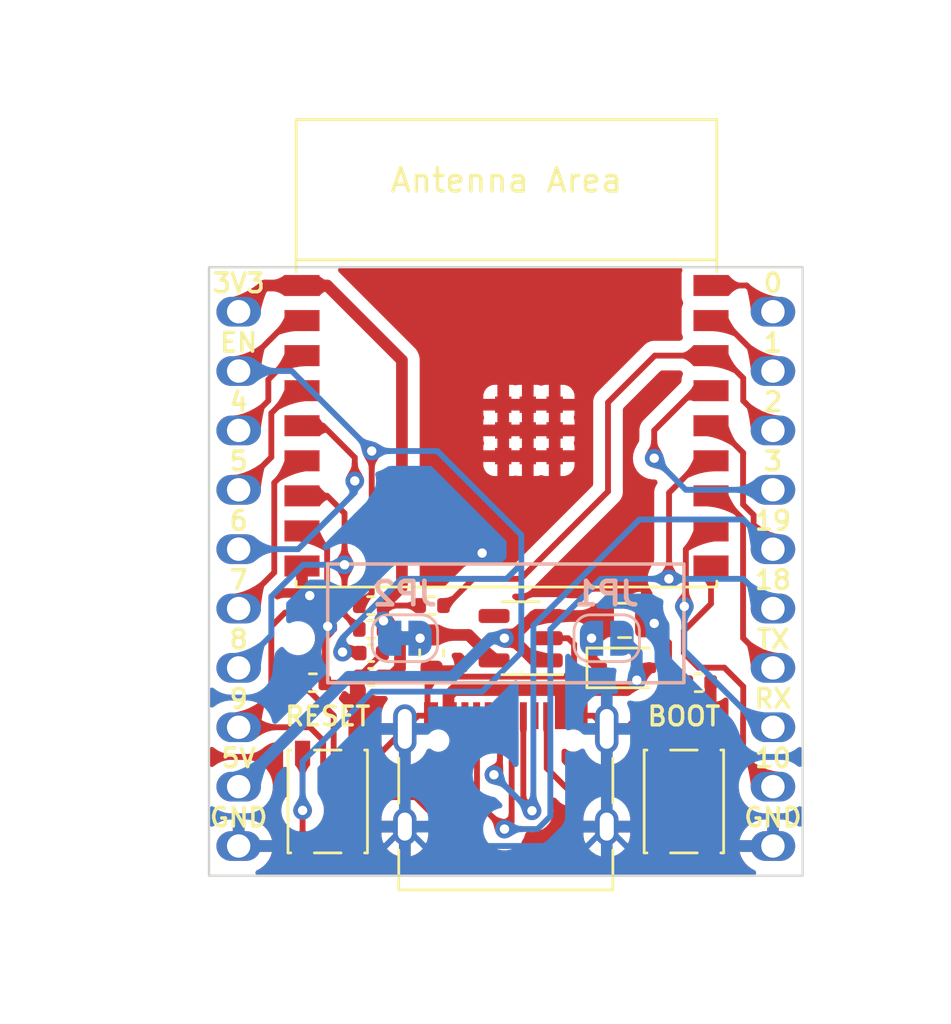
<source format=kicad_pcb>
(kicad_pcb (version 20240108) (generator "pcbnew") (generator_version "8.0")
  (title_block (title "ESP32-C3 Development Board") (rev "v1.1.0"))
  (layers (0 "F.Cu" signal) (31 "B.Cu" signal) (34 "B.Paste" user) (35 "F.Paste" user) (36 "B.SilkS" user "B.Silkscreen") (37 "F.SilkS" user "F.Silkscreen") (38 "B.Mask" user) (39 "F.Mask" user) (44 "Edge.Cuts" user))
  (net 0 "")
  (net 1 "/EN")
  (net 2 "/IO4")
  (net 3 "/IO5")
  (net 4 "/IO6")
  (net 5 "/IO7")
  (net 6 "/IO8")
  (net 7 "/IO9")
  (net 8 "GND")
  (net 9 "/IO10")
  (net 10 "/RXD")
  (net 11 "/TXD")
  (net 12 "/IO18")
  (net 13 "/IO19")
  (net 14 "/IO3")
  (net 15 "/IO2")
  (net 16 "/IO1")
  (net 17 "/IO0")
  (net 18 "+3V3")
  (net 19 "+5V")
  (net 20 "VBUS")
  (net 21 "Net-(J1-CC1)")
  (net 23 "Net-(J1-CC2)")
  (net 25 "Net-(JP2-A)")
  (footprint "Resistor_SMD:R_0402_1005Metric" (layer "F.Cu") (at 142.875 112.268)
    (property "Reference" "R3" (hide yes))
    (property "Value" "10kΩ")
    (fp_line (start -0.153641 -0.38) (end 0.153641 -0.38) (stroke (width 0.12)) (layer "F.SilkS"))
    (fp_line (start -0.153641 0.38) (end 0.153641 0.38) (stroke (width 0.12)) (layer "F.SilkS"))
    (pad "1" smd roundrect (at -0.51 0) (size 0.54 0.64) (layers "F.Cu" "F.Paste" "F.Mask") (net 18 "+3V3"))
    (pad "2" smd roundrect (at 0.51 0) (size 0.54 0.64) (layers "F.Cu" "F.Paste" "F.Mask") (net 15 "/IO2"))
  )
  (footprint "Resistor_SMD:R_0402_1005Metric" (layer "F.Cu") (at 140.29 113.284 180)
    (property "Reference" "R4" (hide yes))
    (property "Value" "10kΩ")
    (fp_line (start -0.153641 0.38) (end 0.153641 0.38) (stroke (width 0.12)) (layer "F.SilkS"))
    (fp_line (start -0.153641 -0.38) (end 0.153641 -0.38) (stroke (width 0.12)) (layer "F.SilkS"))
    (pad "1" smd roundrect (at -0.51 0 180) (size 0.54 0.64) (layers "F.Cu" "F.Paste" "F.Mask") (net 18 "+3V3"))
    (pad "2" smd roundrect (at 0.51 0 180) (size 0.54 0.64) (layers "F.Cu" "F.Paste" "F.Mask") (net 6 "/IO8"))
  )
  (footprint "Connector_USB:USB_C_Receptacle_XKB_U262-16XN-4BVC11" (layer "F.Cu") (at 146.05 120.65)
    (property "Reference" "J1" (hide yes))
    (property "Value" "USB_C_Receptacle_USB2.0_16P")
    (fp_line (start -4.58 -1.85) (end -4.58 0.07) (stroke (width 0.12)) (layer "F.SilkS"))
    (fp_line (start -4.58 3.785) (end -4.58 2.08) (stroke (width 0.12)) (layer "F.SilkS"))
    (fp_line (start 4.58 0.07) (end 4.58 -1.85) (stroke (width 0.12)) (layer "F.SilkS"))
    (fp_line (start 4.58 2.08) (end 4.58 3.785) (stroke (width 0.12)) (layer "F.SilkS"))
    (fp_line (start 4.58 3.785) (end -4.58 3.785) (stroke (width 0.12)) (layer "F.SilkS"))
    (pad "" np_thru_hole circle (at -2.89 -2.605) (size 0.65 0.65) (drill 0.65) (layers "*.Cu" "*.Mask"))
    (pad "" np_thru_hole circle (at 2.89 -2.605) (size 0.65 0.65) (drill 0.65) (layers "*.Cu" "*.Mask"))
    (pad "A1" smd rect (at -3.35 -3.67) (size 0.3 1.15) (layers "F.Cu" "F.Paste" "F.Mask") (net 8 "GND"))
    (pad "A4" smd rect (at -2.55 -3.67) (size 0.3 1.15) (layers "F.Cu" "F.Paste" "F.Mask") (net 20 "VBUS"))
    (pad "A5" smd rect (at -1.25 -3.67) (size 0.3 1.15) (layers "F.Cu" "F.Paste" "F.Mask") (net 21 "Net-(J1-CC1)"))
    (pad "A6" smd rect (at -0.25 -3.67) (size 0.3 1.15) (layers "F.Cu" "F.Paste" "F.Mask") (net 13 "/IO19"))
    (pad "A7" smd rect (at 0.25 -3.67) (size 0.3 1.15) (layers "F.Cu" "F.Paste" "F.Mask") (net 12 "/IO18"))
    (pad "A8" smd rect (at 1.25 -3.67) (size 0.3 1.15) (layers "F.Cu" "F.Paste" "F.Mask"))
    (pad "A9" smd rect (at 2.55 -3.67) (size 0.3 1.15) (layers "F.Cu" "F.Paste" "F.Mask") (net 20 "VBUS"))
    (pad "A12" smd rect (at 3.35 -3.67) (size 0.3 1.15) (layers "F.Cu" "F.Paste" "F.Mask") (net 8 "GND"))
    (pad "B1" smd rect (at 3.05 -3.67) (size 0.3 1.15) (layers "F.Cu" "F.Paste" "F.Mask") (net 8 "GND"))
    (pad "B4" smd rect (at 2.25 -3.67) (size 0.3 1.15) (layers "F.Cu" "F.Paste" "F.Mask") (net 20 "VBUS"))
    (pad "B5" smd rect (at 1.75 -3.67) (size 0.3 1.15) (layers "F.Cu" "F.Paste" "F.Mask") (net 23 "Net-(J1-CC2)"))
    (pad "B6" smd rect (at 0.75 -3.67) (size 0.3 1.15) (layers "F.Cu" "F.Paste" "F.Mask") (net 13 "/IO19"))
    (pad "B7" smd rect (at -0.75 -3.67) (size 0.3 1.15) (layers "F.Cu" "F.Paste" "F.Mask") (net 12 "/IO18"))
    (pad "B8" smd rect (at -1.75 -3.67) (size 0.3 1.15) (layers "F.Cu" "F.Paste" "F.Mask"))
    (pad "B9" smd rect (at -2.25 -3.67) (size 0.3 1.15) (layers "F.Cu" "F.Paste" "F.Mask") (net 20 "VBUS"))
    (pad "B12" smd rect (at -3.05 -3.67) (size 0.3 1.15) (layers "F.Cu" "F.Paste" "F.Mask") (net 8 "GND"))
    (pad "S1" thru_hole oval (at -4.32 -3.105) (size 1 2.1) (drill oval 0.6 1.7) (layers "*.Cu" "*.Mask") (net 8 "GND"))
    (pad "S1" thru_hole oval (at -4.32 1.075) (size 1 1.6) (drill oval 0.6 1.2) (layers "*.Cu" "*.Mask") (net 8 "GND"))
    (pad "S1" thru_hole oval (at 4.32 -3.105) (size 1 2.1) (drill oval 0.6 1.7) (layers "*.Cu" "*.Mask") (net 8 "GND"))
    (pad "S1" thru_hole oval (at 4.32 1.075) (size 1 1.6) (drill oval 0.6 1.2) (layers "*.Cu" "*.Mask") (net 8 "GND"))
  )
  (footprint "Button_Switch_SMD:SW_SPST_PTS810" (layer "F.Cu") (at 153.67 120.65 90)
    (property "Reference" "SW1" (hide yes))
    (property "Value" "SW_Push")
    (fp_line (start 2.2 -1.7) (end -2.2 -1.7) (stroke (width 0.12)) (layer "F.SilkS"))
    (fp_line (start -2.2 -1.7) (end -2.2 -1.58) (stroke (width 0.12)) (layer "F.SilkS"))
    (fp_line (start 2.2 -1.58) (end 2.2 -1.7) (stroke (width 0.12)) (layer "F.SilkS"))
    (fp_line (start -2.2 -0.57) (end -2.2 0.57) (stroke (width 0.12)) (layer "F.SilkS"))
    (fp_line (start 2.2 0.57) (end 2.2 -0.57) (stroke (width 0.12)) (layer "F.SilkS"))
    (fp_line (start -2.2 1.58) (end -2.2 1.7) (stroke (width 0.12)) (layer "F.SilkS"))
    (fp_line (start 2.2 1.7) (end 2.2 1.58) (stroke (width 0.12)) (layer "F.SilkS"))
    (fp_line (start -2.2 1.7) (end 2.2 1.7) (stroke (width 0.12)) (layer "F.SilkS"))
    (pad "1" smd rect (at -2.075 -1.075 90) (size 1.05 0.65) (layers "F.Cu" "F.Paste" "F.Mask") (net 7 "/IO9"))
    (pad "1" smd rect (at 2.075 -1.075 90) (size 1.05 0.65) (layers "F.Cu" "F.Paste" "F.Mask") (net 7 "/IO9"))
    (pad "2" smd rect (at -2.075 1.075 90) (size 1.05 0.65) (layers "F.Cu" "F.Paste" "F.Mask") (net 8 "GND"))
    (pad "2" smd rect (at 2.075 1.075 90) (size 1.05 0.65) (layers "F.Cu" "F.Paste" "F.Mask") (net 8 "GND"))
  )
  (footprint "Button_Switch_SMD:SW_SPST_PTS810" (layer "F.Cu") (at 138.43 120.65 90)
    (property "Reference" "SW2" (hide yes))
    (property "Value" "SW_Push")
    (fp_line (start 2.2 -1.7) (end -2.2 -1.7) (stroke (width 0.12)) (layer "F.SilkS"))
    (fp_line (start -2.2 -1.7) (end -2.2 -1.58) (stroke (width 0.12)) (layer "F.SilkS"))
    (fp_line (start 2.2 -1.58) (end 2.2 -1.7) (stroke (width 0.12)) (layer "F.SilkS"))
    (fp_line (start -2.2 -0.57) (end -2.2 0.57) (stroke (width 0.12)) (layer "F.SilkS"))
    (fp_line (start 2.2 0.57) (end 2.2 -0.57) (stroke (width 0.12)) (layer "F.SilkS"))
    (fp_line (start -2.2 1.58) (end -2.2 1.7) (stroke (width 0.12)) (layer "F.SilkS"))
    (fp_line (start 2.2 1.7) (end 2.2 1.58) (stroke (width 0.12)) (layer "F.SilkS"))
    (fp_line (start -2.2 1.7) (end 2.2 1.7) (stroke (width 0.12)) (layer "F.SilkS"))
    (pad "1" smd rect (at -2.075 -1.075 90) (size 1.05 0.65) (layers "F.Cu" "F.Paste" "F.Mask") (net 1 "/EN"))
    (pad "1" smd rect (at 2.075 -1.075 90) (size 1.05 0.65) (layers "F.Cu" "F.Paste" "F.Mask") (net 1 "/EN"))
    (pad "2" smd rect (at -2.075 1.075 90) (size 1.05 0.65) (layers "F.Cu" "F.Paste" "F.Mask") (net 8 "GND"))
    (pad "2" smd rect (at 2.075 1.075 90) (size 1.05 0.65) (layers "F.Cu" "F.Paste" "F.Mask") (net 8 "GND"))
  )
  (footprint "Capacitor_SMD:C_0603_1608Metric" (layer "F.Cu") (at 142.875 114.3 -90)
    (property "Reference" "C2" (hide yes))
    (property "Value" "22uF")
    (fp_line (start -0.14058 0.51) (end 0.14058 0.51) (stroke (width 0.12)) (layer "F.SilkS"))
    (fp_line (start -0.14058 -0.51) (end 0.14058 -0.51) (stroke (width 0.12)) (layer "F.SilkS"))
    (pad "1" smd roundrect (at -0.775 0 270) (size 0.9 0.95) (layers "F.Cu" "F.Paste" "F.Mask") (net 25 "Net-(JP2-A)"))
    (pad "2" smd roundrect (at 0.775 0 270) (size 0.9 0.95) (layers "F.Cu" "F.Paste" "F.Mask") (net 8 "GND"))
  )
  (footprint "Capacitor_SMD:C_0402_1005Metric" (layer "F.Cu") (at 140.29 115.316)
    (property "Reference" "C4" (hide yes))
    (property "Value" "0.1uF")
    (fp_line (start -0.107836 -0.36) (end 0.107836 -0.36) (stroke (width 0.12)) (layer "F.SilkS"))
    (fp_line (start -0.107836 0.36) (end 0.107836 0.36) (stroke (width 0.12)) (layer "F.SilkS"))
    (pad "1" smd roundrect (at -0.48 0) (size 0.56 0.62) (layers "F.Cu" "F.Paste" "F.Mask") (net 8 "GND"))
    (pad "2" smd roundrect (at 0.48 0) (size 0.56 0.62) (layers "F.Cu" "F.Paste" "F.Mask") (net 18 "+3V3"))
  )
  (footprint "Resistor_SMD:R_0402_1005Metric" (layer "F.Cu") (at 137.795 115.57)
    (property "Reference" "R1" (hide yes))
    (property "Value" "5.1kΩ")
    (fp_line (start -0.153641 -0.38) (end 0.153641 -0.38) (stroke (width 0.12)) (layer "F.SilkS"))
    (fp_line (start -0.153641 0.38) (end 0.153641 0.38) (stroke (width 0.12)) (layer "F.SilkS"))
    (pad "1" smd roundrect (at -0.51 0) (size 0.54 0.64) (layers "F.Cu" "F.Paste" "F.Mask") (net 21 "Net-(J1-CC1)"))
    (pad "2" smd roundrect (at 0.51 0) (size 0.54 0.64) (layers "F.Cu" "F.Paste" "F.Mask") (net 8 "GND"))
  )
  (footprint "Tooling_Hole:Tooling_Hole" (layer "F.Cu") (at 137.16 113.665)
    (property "Reference" "H1" (hide yes))
    (property "Value" "ToolingHole")
    (pad "" np_thru_hole circle (at 0 0) (size 1.152 1.152) (drill 1.152) (layers "F&B.Cu" "*.Mask"))
  )
  (footprint "PCM_Espressif:ESP32-C3-WROOM-02" (layer "F.Cu") (at 146.0798 104.475)
    (property "Reference" "U1" (hide yes))
    (property "Value" "ESP32-C3-WROOM-02")
    (fp_line (start -9 -13) (end -9 -6.5) (stroke (width 0.12)) (layer "F.SilkS"))
    (fp_line (start -9 -13) (end 9 -13) (stroke (width 0.12)) (layer "F.SilkS"))
    (fp_line (start -9 7) (end -9 6.75) (stroke (width 0.12)) (layer "F.SilkS"))
    (fp_line (start 9 -13) (end 9 -6.5) (stroke (width 0.12)) (layer "F.SilkS"))
    (fp_line (start 9 -7) (end -8.95 -7) (stroke (width 0.12)) (layer "F.SilkS"))
    (fp_line (start 9 6.75) (end 9 7) (stroke (width 0.12)) (layer "F.SilkS"))
    (fp_line (start 9 7) (end -9 7) (stroke (width 0.12)) (layer "F.SilkS"))
    (fp_text user "Antenna Area" (at 0 -10.4 0) (layer "F.SilkS"))
    (pad "1" smd rect (at -8.75 -5.9) (size 1.5 0.9) (layers "F.Cu" "F.Paste" "F.Mask") (net 18 "+3V3"))
    (pad "2" smd rect (at -8.75 -4.4) (size 1.5 0.9) (layers "F.Cu" "F.Paste" "F.Mask") (net 1 "/EN"))
    (pad "3" smd rect (at -8.75 -2.9) (size 1.5 0.9) (layers "F.Cu" "F.Paste" "F.Mask") (net 2 "/IO4"))
    (pad "4" smd rect (at -8.75 -1.4) (size 1.5 0.9) (layers "F.Cu" "F.Paste" "F.Mask") (net 3 "/IO5"))
    (pad "5" smd rect (at -8.75 0.1) (size 1.5 0.9) (layers "F.Cu" "F.Paste" "F.Mask") (net 4 "/IO6"))
    (pad "6" smd rect (at -8.75 1.6) (size 1.5 0.9) (layers "F.Cu" "F.Paste" "F.Mask") (net 5 "/IO7"))
    (pad "7" smd rect (at -8.75 3.1) (size 1.5 0.9) (layers "F.Cu" "F.Paste" "F.Mask") (net 6 "/IO8"))
    (pad "8" smd rect (at -8.75 4.6) (size 1.5 0.9) (layers "F.Cu" "F.Paste" "F.Mask") (net 7 "/IO9"))
    (pad "9" smd rect (at -8.75 6.1) (size 1.5 0.9) (layers "F.Cu" "F.Paste" "F.Mask") (net 8 "GND"))
    (pad "10" smd rect (at 8.75 6.1 180) (size 1.5 0.9) (layers "F.Cu" "F.Paste" "F.Mask") (net 9 "/IO10"))
    (pad "11" smd rect (at 8.75 4.6 180) (size 1.5 0.9) (layers "F.Cu" "F.Paste" "F.Mask") (net 10 "/RXD"))
    (pad "12" smd rect (at 8.75 3.1 180) (size 1.5 0.9) (layers "F.Cu" "F.Paste" "F.Mask") (net 11 "/TXD"))
    (pad "13" smd rect (at 8.75 1.6 180) (size 1.5 0.9) (layers "F.Cu" "F.Paste" "F.Mask") (net 12 "/IO18"))
    (pad "14" smd rect (at 8.75 0.1 180) (size 1.5 0.9) (layers "F.Cu" "F.Paste" "F.Mask") (net 13 "/IO19"))
    (pad "15" smd rect (at 8.75 -1.4 180) (size 1.5 0.9) (layers "F.Cu" "F.Paste" "F.Mask") (net 14 "/IO3"))
    (pad "16" smd rect (at 8.75 -2.9 180) (size 1.5 0.9) (layers "F.Cu" "F.Paste" "F.Mask") (net 15 "/IO2"))
    (pad "17" smd rect (at 8.75 -4.4 180) (size 1.5 0.9) (layers "F.Cu" "F.Paste" "F.Mask") (net 16 "/IO1"))
    (pad "18" smd rect (at 8.75 -5.9 180) (size 1.5 0.9) (layers "F.Cu" "F.Paste" "F.Mask") (net 17 "/IO0"))
    (pad "19" smd rect (at -0.14 -0.8 180) (size 0.7 0.7) (layers "F.Cu" "F.Paste" "F.Mask") (net 8 "GND"))
    (pad "19" smd rect (at -0.14 0.3 180) (size 0.7 0.7) (layers "F.Cu" "F.Paste" "F.Mask") (net 8 "GND"))
    (pad "19" smd rect (at -0.14 1.4 180) (size 0.7 0.7) (layers "F.Cu" "F.Paste" "F.Mask") (net 8 "GND"))
    (pad "19" smd rect (at 0.91 -0.8 180) (size 0.7 0.7) (layers "F.Cu" "F.Paste" "F.Mask") (net 8 "GND"))
    (pad "19" smd rect (at 0.91 0.3 180) (size 0.7 0.7) (layers "F.Cu" "F.Paste" "F.Mask") (net 8 "GND"))
    (pad "19" smd rect (at 0.91 1.4 180) (size 0.7 0.7) (layers "F.Cu" "F.Paste" "F.Mask") (net 8 "GND"))
    (pad "19" smd rect (at 2.06 -0.8 180) (size 0.7 0.7) (layers "F.Cu" "F.Paste" "F.Mask") (net 8 "GND"))
    (pad "19" smd rect (at 2.06 0.3 180) (size 0.7 0.7) (layers "F.Cu" "F.Paste" "F.Mask") (net 8 "GND"))
    (pad "19" smd rect (at 2.06 1.4 180) (size 0.7 0.7) (layers "F.Cu" "F.Paste" "F.Mask") (net 8 "GND"))
    (zone (net 0) (net_name "") (layers "*.Cu") (name "antenna keepout") (connect_pads (clearance 0)) (min_thickness 0.254)
      (keepout (tracks not_allowed) (vias not_allowed) (pads not_allowed) (copperpour not_allowed) (footprints not_allowed))
      (fill (thermal_gap 0.508) (thermal_bridge_width 0.508))
      (polygon (pts (xy 155.0798 97.475) (xy 137.0798 97.475) (xy 137.0798 91.475) (xy 155.0798 91.475)))
    )
  )
  (footprint "Capacitor_SMD:C_0805_2012Metric" (layer "F.Cu") (at 151.13 112.903 180)
    (property "Reference" "C1" (hide yes))
    (property "Value" "10uF")
    (fp_line (start -0.261252 0.735) (end 0.261252 0.735) (stroke (width 0.12)) (layer "F.SilkS"))
    (fp_line (start -0.261252 -0.735) (end 0.261252 -0.735) (stroke (width 0.12)) (layer "F.SilkS"))
    (pad "1" smd roundrect (at -0.95 0 180) (size 1 1.45) (layers "F.Cu" "F.Paste" "F.Mask") (net 8 "GND"))
    (pad "2" smd roundrect (at 0.95 0 180) (size 1 1.45) (layers "F.Cu" "F.Paste" "F.Mask") (net 19 "+5V"))
  )
  (footprint "Capacitor_SMD:C_0402_1005Metric" (layer "F.Cu") (at 140.29 114.3)
    (property "Reference" "C3" (hide yes))
    (property "Value" "1uF")
    (fp_line (start -0.107836 -0.36) (end 0.107836 -0.36) (stroke (width 0.12)) (layer "F.SilkS"))
    (fp_line (start -0.107836 0.36) (end 0.107836 0.36) (stroke (width 0.12)) (layer "F.SilkS"))
    (pad "1" smd roundrect (at -0.48 0) (size 0.56 0.62) (layers "F.Cu" "F.Paste" "F.Mask") (net 1 "/EN"))
    (pad "2" smd roundrect (at 0.48 0) (size 0.56 0.62) (layers "F.Cu" "F.Paste" "F.Mask") (net 8 "GND"))
  )
  (footprint "Package_TO_SOT_SMD:SOT-23-5" (layer "F.Cu") (at 146.685 113.665 180)
    (property "Reference" "U3" (hide yes))
    (property "Value" "RT9080-33GJ5")
    (fp_line (start 0 1.56) (end 0.8 1.56) (stroke (width 0.12)) (layer "F.SilkS"))
    (fp_line (start 0 1.56) (end -0.8 1.56) (stroke (width 0.12)) (layer "F.SilkS"))
    (fp_line (start 0 -1.56) (end 0.8 -1.56) (stroke (width 0.12)) (layer "F.SilkS"))
    (fp_line (start 0 -1.56) (end -1.8 -1.56) (stroke (width 0.12)) (layer "F.SilkS"))
    (pad "1" smd roundrect (at -1.1375 -0.95 180) (size 1.325 0.6) (layers "F.Cu" "F.Paste" "F.Mask") (net 19 "+5V"))
    (pad "2" smd roundrect (at -1.1375 0 180) (size 1.325 0.6) (layers "F.Cu" "F.Paste" "F.Mask") (net 8 "GND"))
    (pad "3" smd roundrect (at -1.1375 0.95 180) (size 1.325 0.6) (layers "F.Cu" "F.Paste" "F.Mask") (net 19 "+5V"))
    (pad "4" smd roundrect (at 1.1375 0.95 180) (size 1.325 0.6) (layers "F.Cu" "F.Paste" "F.Mask"))
    (pad "5" smd roundrect (at 1.1375 -0.95 180) (size 1.325 0.6) (layers "F.Cu" "F.Paste" "F.Mask") (net 25 "Net-(JP2-A)"))
  )
  (footprint "Tooling_Hole:Tooling_Hole" (layer "F.Cu") (at 154.94 113.665)
    (property "Reference" "H2" (hide yes))
    (property "Value" "ToolingHole")
    (pad "" np_thru_hole circle (at 0 0) (size 1.152 1.152) (drill 1.152) (layers "F&B.Cu" "*.Mask"))
  )
  (footprint "Diode_SMD:D_SOD-323" (layer "F.Cu") (at 151.13 114.935)
    (property "Reference" "D1" (hide yes))
    (property "Value" "1N5819WS")
    (fp_line (start -1.61 -0.85) (end -1.61 0.85) (stroke (width 0.12)) (layer "F.SilkS"))
    (fp_line (start -1.61 -0.85) (end 1.05 -0.85) (stroke (width 0.12)) (layer "F.SilkS"))
    (fp_line (start -1.61 0.85) (end 1.05 0.85) (stroke (width 0.12)) (layer "F.SilkS"))
    (pad "1" smd roundrect (at -1.05 0) (size 0.6 0.45) (layers "F.Cu" "F.Paste" "F.Mask") (net 19 "+5V"))
    (pad "2" smd roundrect (at 1.05 0) (size 0.6 0.45) (layers "F.Cu" "F.Paste" "F.Mask") (net 20 "VBUS"))
  )
  (footprint "Resistor_SMD:R_0402_1005Metric" (layer "F.Cu") (at 140.29 112.268 180)
    (property "Reference" "R5" (hide yes))
    (property "Value" "10kΩ")
    (fp_line (start -0.153641 0.38) (end 0.153641 0.38) (stroke (width 0.12)) (layer "F.SilkS"))
    (fp_line (start -0.153641 -0.38) (end 0.153641 -0.38) (stroke (width 0.12)) (layer "F.SilkS"))
    (pad "1" smd roundrect (at -0.51 0 180) (size 0.54 0.64) (layers "F.Cu" "F.Paste" "F.Mask") (net 18 "+3V3"))
    (pad "2" smd roundrect (at 0.51 0 180) (size 0.54 0.64) (layers "F.Cu" "F.Paste" "F.Mask") (net 1 "/EN"))
  )
  (footprint "Resistor_SMD:R_0402_1005Metric" (layer "F.Cu") (at 154.305 115.57 180)
    (property "Reference" "R2" (hide yes))
    (property "Value" "5.1kΩ")
    (fp_line (start -0.153641 0.38) (end 0.153641 0.38) (stroke (width 0.12)) (layer "F.SilkS"))
    (fp_line (start -0.153641 -0.38) (end 0.153641 -0.38) (stroke (width 0.12)) (layer "F.SilkS"))
    (pad "1" smd roundrect (at -0.51 0 180) (size 0.54 0.64) (layers "F.Cu" "F.Paste" "F.Mask") (net 8 "GND"))
    (pad "2" smd roundrect (at 0.51 0 180) (size 0.54 0.64) (layers "F.Cu" "F.Paste" "F.Mask") (net 23 "Net-(J1-CC2)"))
  )
  (footprint "Connector_PinHeader_2.54mm:PinHeader_1x10_P2.54mm_Vertical" (layer "B.Cu") (at 157.48 99.695 180)
    (property "Reference" "J3" (hide yes))
    (property "Value" "Conn_01x10")
    (pad "1" thru_hole oval (at 0 0 180) (size 1.905 1.27) (drill 1) (layers "*.Cu" "*.Mask") (net 17 "/IO0"))
    (pad "2" thru_hole oval (at 0 -2.54 180) (size 1.905 1.27) (drill 1) (layers "*.Cu" "*.Mask") (net 16 "/IO1"))
    (pad "3" thru_hole oval (at 0 -5.08 180) (size 1.905 1.27) (drill 1) (layers "*.Cu" "*.Mask") (net 15 "/IO2"))
    (pad "4" thru_hole oval (at 0 -7.62 180) (size 1.905 1.27) (drill 1) (layers "*.Cu" "*.Mask") (net 14 "/IO3"))
    (pad "5" thru_hole oval (at 0 -10.16 180) (size 1.905 1.27) (drill 1) (layers "*.Cu" "*.Mask") (net 13 "/IO19"))
    (pad "6" thru_hole oval (at 0 -12.7 180) (size 1.905 1.27) (drill 1) (layers "*.Cu" "*.Mask") (net 12 "/IO18"))
    (pad "7" thru_hole oval (at 0 -15.24 180) (size 1.905 1.27) (drill 1) (layers "*.Cu" "*.Mask") (net 11 "/TXD"))
    (pad "8" thru_hole oval (at 0 -17.78 180) (size 1.905 1.27) (drill 1) (layers "*.Cu" "*.Mask") (net 10 "/RXD"))
    (pad "9" thru_hole oval (at 0 -20.32 180) (size 1.905 1.27) (drill 1) (layers "*.Cu" "*.Mask") (net 9 "/IO10"))
    (pad "10" thru_hole oval (at 0 -22.86 180) (size 1.905 1.27) (drill 1) (layers "*.Cu" "*.Mask") (net 8 "GND"))
  )
  (footprint "Jumper:SolderJumper-2_P1.3mm_Bridged_RoundedPad1.0x1.5mm" (layer "B.Cu") (at 141.732 113.665 180)
    (property "Reference" "JP2" (at 0 1.905 180) (layer "B.SilkS") (effects (font (thickness 0.2)) (justify mirror)))
    (property "Value" "SolderJumper_2_Bridged")
    (fp_poly (pts (xy 0.25 0.3) (xy -0.25 0.3) (xy -0.25 -0.3) (xy 0.25 -0.3)) (fill solid) (layer "B.Cu"))
    (fp_line (start 1.4 0.3) (end 1.4 -0.3) (stroke (width 0.12)) (layer "B.SilkS"))
    (fp_line (start 0.7 -1) (end -0.7 -1) (stroke (width 0.12)) (layer "B.SilkS"))
    (fp_line (start -0.7 1) (end 0.7 1) (stroke (width 0.12)) (layer "B.SilkS"))
    (fp_line (start -1.4 -0.3) (end -1.4 0.3) (stroke (width 0.12)) (layer "B.SilkS"))
    (fp_arc (start 1.4 0.3) (mid 1.194975 0.794975) (end 0.7 1) (stroke (width 0.12)) (layer "B.SilkS"))
    (fp_arc (start 0.7 -1) (mid 1.194975 -0.794975) (end 1.4 -0.3) (stroke (width 0.12)) (layer "B.SilkS"))
    (fp_arc (start -0.7 1) (mid -1.194975 0.794975) (end -1.4 0.3) (stroke (width 0.12)) (layer "B.SilkS"))
    (fp_arc (start -1.4 -0.3) (mid -1.194975 -0.794975) (end -0.7 -1) (stroke (width 0.12)) (layer "B.SilkS"))
    (pad "1" smd custom (at -0.65 0 180) (size 1 0.5) (layers "B.Cu" "B.Mask") (net 25 "Net-(JP2-A)") (options (clearance outline) (anchor rect)) (primitives (gr_circle (center 0 -0.25) (end 0.5 -0.25) (width 0) (fill yes)) (gr_circle (center 0 0.25) (end 0.5 0.25) (width 0) (fill yes)) (gr_poly (pts (xy 0.5 -0.75) (xy 0 -0.75) (xy 0 0.75) (xy 0.5 0.75)) (width 0) (fill yes))))
    (pad "2" smd custom (at 0.65 0 180) (size 1 0.5) (layers "B.Cu" "B.Mask") (net 18 "+3V3") (options (clearance outline) (anchor rect)) (primitives (gr_circle (center 0 -0.25) (end 0.5 -0.25) (width 0) (fill yes)) (gr_circle (center 0 0.25) (end 0.5 0.25) (width 0) (fill yes)) (gr_poly (pts (xy 0 -0.75) (xy -0.5 -0.75) (xy -0.5 0.75) (xy 0 0.75)) (width 0) (fill yes))))
  )
  (footprint "Connector_PinHeader_2.54mm:PinHeader_1x10_P2.54mm_Vertical" (layer "B.Cu") (at 134.62 99.695 180)
    (property "Reference" "J2" (hide yes))
    (property "Value" "Conn_01x10")
    (pad "1" thru_hole oval (at 0 0 180) (size 1.905 1.27) (drill 1) (layers "*.Cu" "*.Mask") (net 18 "+3V3"))
    (pad "2" thru_hole oval (at 0 -2.54 180) (size 1.905 1.27) (drill 1) (layers "*.Cu" "*.Mask") (net 1 "/EN"))
    (pad "3" thru_hole oval (at 0 -5.08 180) (size 1.905 1.27) (drill 1) (layers "*.Cu" "*.Mask") (net 2 "/IO4"))
    (pad "4" thru_hole oval (at 0 -7.62 180) (size 1.905 1.27) (drill 1) (layers "*.Cu" "*.Mask") (net 3 "/IO5"))
    (pad "5" thru_hole oval (at 0 -10.16 180) (size 1.905 1.27) (drill 1) (layers "*.Cu" "*.Mask") (net 4 "/IO6"))
    (pad "6" thru_hole oval (at 0 -12.7 180) (size 1.905 1.27) (drill 1) (layers "*.Cu" "*.Mask") (net 5 "/IO7"))
    (pad "7" thru_hole oval (at 0 -15.24 180) (size 1.905 1.27) (drill 1) (layers "*.Cu" "*.Mask") (net 6 "/IO8"))
    (pad "8" thru_hole oval (at 0 -17.78 180) (size 1.905 1.27) (drill 1) (layers "*.Cu" "*.Mask") (net 7 "/IO9"))
    (pad "9" thru_hole oval (at 0 -20.32 180) (size 1.905 1.27) (drill 1) (layers "*.Cu" "*.Mask") (net 19 "+5V"))
    (pad "10" thru_hole oval (at 0 -22.86 180) (size 1.905 1.27) (drill 1) (layers "*.Cu" "*.Mask") (net 8 "GND"))
  )
  (footprint "Jumper:SolderJumper-2_P1.3mm_Open_RoundedPad1.0x1.5mm" (layer "B.Cu") (at 150.368 113.665 180)
    (property "Reference" "JP1" (at 0 1.905 0) (layer "B.SilkS") (effects (font (thickness 0.2)) (justify mirror)))
    (property "Value" "SolderJumper_2_Open")
    (fp_line (start 1.4 0.3) (end 1.4 -0.3) (stroke (width 0.12)) (layer "B.SilkS"))
    (fp_line (start 0.7 -1) (end -0.7 -1) (stroke (width 0.12)) (layer "B.SilkS"))
    (fp_line (start -0.7 1) (end 0.7 1) (stroke (width 0.12)) (layer "B.SilkS"))
    (fp_line (start -1.4 -0.3) (end -1.4 0.3) (stroke (width 0.12)) (layer "B.SilkS"))
    (fp_arc (start 1.4 0.3) (mid 1.194975 0.794975) (end 0.7 1) (stroke (width 0.12)) (layer "B.SilkS"))
    (fp_arc (start 0.7 -1) (mid 1.194975 -0.794975) (end 1.4 -0.3) (stroke (width 0.12)) (layer "B.SilkS"))
    (fp_arc (start -0.7 1) (mid -1.194975 0.794975) (end -1.4 0.3) (stroke (width 0.12)) (layer "B.SilkS"))
    (fp_arc (start -1.4 -0.3) (mid -1.194975 -0.794975) (end -0.7 -1) (stroke (width 0.12)) (layer "B.SilkS"))
    (pad "1" smd custom (at -0.65 0 180) (size 1 0.5) (layers "B.Cu" "B.Mask") (net 20 "VBUS") (options (clearance outline) (anchor rect)) (primitives (gr_circle (center 0 -0.25) (end 0.5 -0.25) (width 0) (fill yes)) (gr_circle (center 0 0.25) (end 0.5 0.25) (width 0) (fill yes)) (gr_poly (pts (xy 0.5 -0.75) (xy 0 -0.75) (xy 0 0.75) (xy 0.5 0.75)) (width 0) (fill yes))))
    (pad "2" smd custom (at 0.65 0 180) (size 1 0.5) (layers "B.Cu" "B.Mask") (net 19 "+5V") (options (clearance outline) (anchor rect)) (primitives (gr_circle (center 0 -0.25) (end 0.5 -0.25) (width 0) (fill yes)) (gr_circle (center 0 0.25) (end 0.5 0.25) (width 0) (fill yes)) (gr_poly (pts (xy 0 -0.75) (xy -0.5 -0.75) (xy -0.5 0.75) (xy 0 0.75)) (width 0) (fill yes))))
  )
  (gr_rect (start 138.43 110.49) (end 153.67 115.57) (stroke (width 0.15)) (fill none) (layer "B.SilkS"))
  (gr_rect (start 133.35 97.79) (end 158.75 123.825) (stroke (width 0.1)) (fill none) (layer "Edge.Cuts"))
  (gr_text "10" (at 157.48 118.7958 0) (layer "F.SilkS") (effects (font (size 0.8 0.8) (thickness 0.15) (bold yes))))
  (gr_text "6" (at 134.62 108.6358 0) (layer "F.SilkS") (effects (font (size 0.8 0.8) (thickness 0.15) (bold yes))))
  (gr_text "RESET" (at 138.43 117.475 0) (layer "F.SilkS") (effects (font (size 0.8 0.8) (thickness 0.15) (bold yes)) (justify bottom)))
  (gr_text "5V" (at 134.62 118.7958 0) (layer "F.SilkS") (effects (font (size 0.8 0.8) (thickness 0.15) (bold yes))))
  (gr_text "BOOT" (at 153.67 117.475 0) (layer "F.SilkS") (effects (font (size 0.8 0.8) (thickness 0.15) (bold yes)) (justify bottom)))
  (gr_text "2" (at 157.48 103.5558 0) (layer "F.SilkS") (effects (font (size 0.8 0.8) (thickness 0.15) (bold yes))))
  (gr_text "TX" (at 157.48 113.7158 0) (layer "F.SilkS") (effects (font (size 0.8 0.8) (thickness 0.15) (bold yes))))
  (gr_text "19" (at 157.48 108.6358 0) (layer "F.SilkS") (effects (font (size 0.8 0.8) (thickness 0.15) (bold yes))))
  (gr_text "RX" (at 157.48 116.2558 0) (layer "F.SilkS") (effects (font (size 0.8 0.8) (thickness 0.15) (bold yes))))
  (gr_text "3" (at 157.48 106.0958 0) (layer "F.SilkS") (effects (font (size 0.8 0.8) (thickness 0.15) (bold yes))))
  (gr_text "4" (at 134.62 103.5558 0) (layer "F.SilkS") (effects (font (size 0.8 0.8) (thickness 0.15) (bold yes))))
  (gr_text "0" (at 157.48 98.4758 0) (layer "F.SilkS") (effects (font (size 0.8 0.8) (thickness 0.15) (bold yes))))
  (gr_text "EN" (at 134.62 101.0158 0) (layer "F.SilkS") (effects (font (size 0.8 0.8) (thickness 0.15) (bold yes))))
  (gr_text "GND" (at 134.62 121.3358 0) (layer "F.SilkS") (effects (font (size 0.8 0.8) (thickness 0.15) (bold yes))))
  (gr_text "3V3" (at 134.62 98.4758 0) (layer "F.SilkS") (effects (font (size 0.8 0.8) (thickness 0.15) (bold yes))))
  (gr_text "1" (at 157.48 101.0158 0) (layer "F.SilkS") (effects (font (size 0.8 0.8) (thickness 0.15) (bold yes))))
  (gr_text "9" (at 134.62 116.2558 0) (layer "F.SilkS") (effects (font (size 0.8 0.8) (thickness 0.15) (bold yes))))
  (gr_text "8" (at 134.62 113.7158 0) (layer "F.SilkS") (effects (font (size 0.8 0.8) (thickness 0.15) (bold yes))))
  (gr_text "18" (at 157.48 111.1758 0) (layer "F.SilkS") (effects (font (size 0.8 0.8) (thickness 0.15) (bold yes))))
  (gr_text "GND" (at 157.48 121.3358 0) (layer "F.SilkS") (effects (font (size 0.8 0.8) (thickness 0.15) (bold yes))))
  (gr_text "7" (at 134.62 111.1758 0) (layer "F.SilkS") (effects (font (size 0.8 0.8) (thickness 0.15) (bold yes))))
  (gr_text "5" (at 134.62 106.0958 0) (layer "F.SilkS") (effects (font (size 0.8 0.8) (thickness 0.15) (bold yes))))
  (segment (start 137.355 118.575) (end 137.355 122.725) (width 0.25) (layer "F.Cu") (net 1))
  (segment (start 140.3127 105.6572) (end 140.3127 111.7353) (width 0.25) (layer "F.Cu") (net 1))
  (segment (start 139.768351 114.258351) (end 139.81 114.3) (width 0.25) (layer "F.Cu") (net 1))
  (segment (start 137.3298 100.075) (end 136.78 100.075) (width 0.25) (layer "F.Cu") (net 1))
  (segment (start 140.3127 111.7353) (end 139.78 112.268) (width 0.25) (layer "F.Cu") (net 1))
  (segment (start 139.0645 114.258351) (end 139.768351 114.258351) (width 0.25) (layer "F.Cu") (net 1))
  (segment (start 136.78 100.075) (end 134.62 102.235) (width 0.25) (layer "F.Cu") (net 1))
  (via (at 137.355 121.031) (size 0.8) (drill 0.4) (layers "F.Cu" "B.Cu") (net 1))
  (via (at 140.3127 105.6572) (size 0.8) (drill 0.4) (layers "F.Cu" "B.Cu") (net 1))
  (via (at 139.0645 114.258351) (size 0.8) (drill 0.4) (layers "F.Cu" "B.Cu") (net 1))
  (segment (start 146.0793 111.125) (end 146.7143 110.49) (width 0.25) (layer "B.Cu") (net 1))
  (segment (start 146.7143 109.2493) (end 143.1222 105.6572) (width 0.25) (layer "B.Cu") (net 1))
  (segment (start 140.3127 105.6572) (end 136.8905 102.235) (width 0.25) (layer "B.Cu") (net 1))
  (segment (start 139.0645 114.258351) (end 139.0645 113.648136) (width 0.25) (layer "B.Cu") (net 1))
  (segment (start 143.1222 105.6572) (end 140.3127 105.6572) (width 0.25) (layer "B.Cu") (net 1))
  (segment (start 137.355 121.031) (end 137.355 118.931) (width 0.25) (layer "B.Cu") (net 1))
  (segment (start 140.335 115.951) (end 145.034 115.951) (width 0.25) (layer "B.Cu") (net 1))
  (segment (start 141.587636 111.125) (end 146.0793 111.125) (width 0.25) (layer "B.Cu") (net 1))
  (segment (start 146.7143 114.2707) (end 146.7143 109.2493) (width 0.25) (layer "B.Cu") (net 1))
  (segment (start 136.8905 102.235) (end 134.62 102.235) (width 0.25) (layer "B.Cu") (net 1))
  (segment (start 145.034 115.951) (end 146.7143 114.2707) (width 0.25) (layer "B.Cu") (net 1))
  (segment (start 137.355 118.931) (end 140.335 115.951) (width 0.25) (layer "B.Cu") (net 1))
  (segment (start 139.0645 113.648136) (end 141.587636 111.125) (width 0.25) (layer "B.Cu") (net 1))
  (segment (start 135.89 102.5979) (end 135.89 103.505) (width 0.25) (layer "F.Cu") (net 2))
  (segment (start 135.89 103.505) (end 134.62 104.775) (width 0.25) (layer "F.Cu") (net 2))
  (segment (start 137.3298 101.575) (end 136.9129 101.575) (width 0.25) (layer "F.Cu") (net 2))
  (segment (start 136.9129 101.575) (end 135.89 102.5979) (width 0.25) (layer "F.Cu") (net 2))
  (segment (start 136.9798 103.075) (end 136.017 104.0378) (width 0.25) (layer "F.Cu") (net 3))
  (segment (start 136.017 105.918) (end 134.62 107.315) (width 0.25) (layer "F.Cu") (net 3))
  (segment (start 136.017 104.0378) (end 136.017 105.918) (width 0.25) (layer "F.Cu") (net 3))
  (segment (start 137.3298 103.075) (end 136.9798 103.075) (width 0.25) (layer "F.Cu") (net 3))
  (segment (start 138.23 104.575) (end 137.3298 104.575) (width 0.25) (layer "F.Cu") (net 4))
  (segment (start 139.5882 106.9347) (end 139.5882 105.9332) (width 0.25) (layer "F.Cu") (net 4))
  (segment (start 139.5882 105.9332) (end 138.23 104.575) (width 0.25) (layer "F.Cu") (net 4))
  (via (at 139.5882 106.9347) (size 0.8) (drill 0.4) (layers "F.Cu" "B.Cu") (net 4))
  (segment (start 139.5882 106.9347) (end 139.5882 107.4315) (width 0.25) (layer "B.Cu") (net 4))
  (segment (start 139.5882 107.4315) (end 137.1647 109.855) (width 0.25) (layer "B.Cu") (net 4))
  (segment (start 137.1647 109.855) (end 134.62 109.855) (width 0.25) (layer "B.Cu") (net 4))
  (segment (start 136.144 110.8484) (end 136.144 107.0109) (width 0.25) (layer "F.Cu") (net 5))
  (segment (start 134.62 112.395) (end 134.62 112.3724) (width 0.25) (layer "F.Cu") (net 5))
  (segment (start 137.0799 106.075) (end 137.3298 106.075) (width 0.25) (layer "F.Cu") (net 5))
  (segment (start 134.62 112.3724) (end 136.144 110.8484) (width 0.25) (layer "F.Cu") (net 5))
  (segment (start 136.144 107.0109) (end 137.0799 106.075) (width 0.25) (layer "F.Cu") (net 5))
  (segment (start 137.8683 107.575) (end 138.4067 107.575) (width 0.25) (layer "F.Cu") (net 6))
  (segment (start 139.1496 108.3179) (end 139.1496 110.5235) (width 0.25) (layer "F.Cu") (net 6))
  (segment (start 137.8683 107.575) (end 137.3298 107.575) (width 0.25) (layer "F.Cu") (net 6))
  (segment (start 138.4067 107.575) (end 139.1496 108.3179) (width 0.25) (layer "F.Cu") (net 6))
  (segment (start 139.1496 112.6536) (end 139.78 113.284) (width 0.25) (layer "F.Cu") (net 6))
  (segment (start 139.1496 110.5235) (end 139.1496 112.6536) (width 0.25) (layer "F.Cu") (net 6))
  (via (at 139.1496 110.5235) (size 0.8) (drill 0.4) (layers "F.Cu" "B.Cu") (net 6))
  (segment (start 136.017 111.879495) (end 136.017 113.538) (width 0.25) (layer "B.Cu") (net 6))
  (segment (start 139.1496 110.5235) (end 137.372995 110.5235) (width 0.25) (layer "B.Cu") (net 6))
  (segment (start 136.017 113.538) (end 134.62 114.935) (width 0.25) (layer "B.Cu") (net 6))
  (segment (start 137.372995 110.5235) (end 136.017 111.879495) (width 0.25) (layer "B.Cu") (net 6))
  (segment (start 138.878604 120.465) (end 142.182 120.465) (width 0.25) (layer "F.Cu") (net 7))
  (segment (start 134.62 117.475) (end 137.668 117.475) (width 0.25) (layer "F.Cu") (net 7))
  (segment (start 152.595 118.575) (end 152.595 122.725) (width 0.25) (layer "F.Cu") (net 7))
  (segment (start 136.606449 112.567551) (end 137.961156 112.567551) (width 0.25) (layer "F.Cu") (net 7))
  (segment (start 142.182 120.465) (end 144.907 123.19) (width 0.25) (layer "F.Cu") (net 7))
  (segment (start 136.017 113.157) (end 136.606449 112.567551) (width 0.25) (layer "F.Cu") (net 7))
  (segment (start 152.13 123.19) (end 152.595 122.725) (width 0.25) (layer "F.Cu") (net 7))
  (segment (start 138.4048 109.8531) (end 137.6267 109.075) (width 0.25) (layer "F.Cu") (net 7))
  (segment (start 137.668 117.475) (end 138.234 118.041) (width 0.25) (layer "F.Cu") (net 7))
  (segment (start 134.62 117.475) (end 136.017 116.078) (width 0.25) (layer "F.Cu") (net 7))
  (segment (start 138.234 118.041) (end 138.234 119.820396) (width 0.25) (layer "F.Cu") (net 7))
  (segment (start 136.017 116.078) (end 136.017 113.157) (width 0.25) (layer "F.Cu") (net 7))
  (segment (start 144.907 123.19) (end 152.13 123.19) (width 0.25) (layer "F.Cu") (net 7))
  (segment (start 138.4048 112.123907) (end 138.4048 109.8531) (width 0.25) (layer "F.Cu") (net 7))
  (segment (start 137.961156 112.567551) (end 138.4048 112.123907) (width 0.25) (layer "F.Cu") (net 7))
  (segment (start 137.6267 109.075) (end 137.3298 109.075) (width 0.25) (layer "F.Cu") (net 7))
  (segment (start 138.234 119.820396) (end 138.878604 120.465) (width 0.25) (layer "F.Cu") (net 7))
  (segment (start 143.109 115.309) (end 148.597 115.309) (width 0.25) (layer "F.Cu") (net 8))
  (segment (start 145.9398 109.1194) (end 145.9398 105.875) (width 0.25) (layer "F.Cu") (net 8))
  (segment (start 148.971 113.920124) (end 148.715876 113.665) (width 0.25) (layer "F.Cu") (net 8))
  (segment (start 140.73 122.725) (end 141.73 121.725) (width 0.25) (layer "F.Cu") (net 8))
  (segment (start 157.48 122.555) (end 154.915 122.555) (width 0.25) (layer "F.Cu") (net 8))
  (segment (start 152.08 112.903) (end 152.207 113.03) (width 0.25) (layer "F.Cu") (net 8))
  (segment (start 149.4 116.98) (end 149.805 116.98) (width 0.25) (layer "F.Cu") (net 8))
  (segment (start 139.505 122.725) (end 140.73 122.725) (width 0.25) (layer "F.Cu") (net 8))
  (segment (start 154.745 118.575) (end 154.745 122.725) (width 0.25) (layer "F.Cu") (net 8))
  (segment (start 151.183604 117.545) (end 150.37 117.545) (width 0.25) (layer "F.Cu") (net 8))
  (segment (start 142.7 116.98) (end 142.295 116.98) (width 0.25) (layer "F.Cu") (net 8))
  (segment (start 149.805 116.98) (end 150.37 117.545) (width 0.25) (layer "F.Cu") (net 8))
  (segment (start 139.556 115.57) (end 139.81 115.316) (width 0.25) (layer "F.Cu") (net 8))
  (segment (start 145.9398 103.675) (end 148.1398 103.675) (width 0.25) (layer "F.Cu") (net 8))
  (segment (start 140.77 114.3) (end 140.77 114.307609) (width 0.25) (layer "F.Cu") (net 8))
  (segment (start 140.77 114.307609) (end 139.81 115.267609) (width 0.25) (layer "F.Cu") (net 8))
  (segment (start 152.207 113.03) (end 152.4 113.03) (width 0.25) (layer "F.Cu") (net 8))
  (segment (start 148.971 114.935) (end 148.971 113.920124) (width 0.25) (layer "F.Cu") (net 8))
  (segment (start 154.745 115.64) (end 154.745 118.575) (width 0.25) (layer "F.Cu") (net 8))
  (segment (start 148.597 115.309) (end 148.971 114.935) (width 0.25) (layer "F.Cu") (net 8))
  (segment (start 148.1398 104.775) (end 145.9398 104.775) (width 0.25) (layer "F.Cu") (net 8))
  (segment (start 140.7 118.575) (end 141.73 117.545) (width 0.25) (layer "F.Cu") (net 8))
  (segment (start 145.9398 105.875) (end 148.1398 105.875) (width 0.25) (layer "F.Cu") (net 8))
  (segment (start 154.915 122.555) (end 154.745 122.725) (width 0.25) (layer "F.Cu") (net 8))
  (segment (start 152.4 113.223) (end 153.035 113.858) (width 0.25) (layer "F.Cu") (net 8))
  (segment (start 138.305 115.57) (end 139.065 115.57) (width 0.25) (layer "F.Cu") (net 8))
  (segment (start 137.660851 111.842551) (end 137.3298 111.5115) (width 0.25) (layer "F.Cu") (net 8))
  (segment (start 142.7 115.25) (end 142.875 115.075) (width 0.25) (layer "F.Cu") (net 8))
  (segment (start 139.81 115.267609) (end 139.81 115.316) (width 0.25) (layer "F.Cu") (net 8))
  (segment (start 148.1398 103.675) (end 148.1398 105.875) (width 0.25) (layer "F.Cu") (net 8))
  (segment (start 153.035 113.858) (end 153.035 115.693604) (width 0.25) (layer "F.Cu") (net 8))
  (segment (start 138.305 113.282) (end 138.305 115.57) (width 0.25) (layer "F.Cu") (net 8))
  (segment (start 139.81 115.316) (end 139.505 115.621) (width 0.25) (layer "F.Cu") (net 8))
  (segment (start 138.43 113.157) (end 138.305 113.282) (width 0.25) (layer "F.Cu") (net 8))
  (segment (start 139.065 115.57) (end 139.556 115.57) (width 0.25) (layer "F.Cu") (net 8))
  (segment (start 148.715876 113.665) (end 147.8225 113.665) (width 0.25) (layer "F.Cu") (net 8))
  (segment (start 153.035 115.693604) (end 151.183604 117.545) (width 0.25) (layer "F.Cu") (net 8))
  (segment (start 142.295 116.98) (end 141.73 117.545) (width 0.25) (layer "F.Cu") (net 8))
  (segment (start 145.9398 103.675) (end 145.9398 105.875) (width 0.25) (layer "F.Cu") (net 8))
  (segment (start 139.505 115.621) (end 139.505 118.575) (width 0.25) (layer "F.Cu") (net 8))
  (segment (start 139.505 118.575) (end 140.7 118.575) (width 0.25) (layer "F.Cu") (net 8))
  (segment (start 137.3298 111.5115) (end 137.3298 110.575) (width 0.25) (layer "F.Cu") (net 8))
  (segment (start 145.0376 110.0216) (end 145.9398 109.1194) (width 0.25) (layer "F.Cu") (net 8))
  (segment (start 142.7 116.98) (end 142.7 115.25) (width 0.25) (layer "F.Cu") (net 8))
  (segment (start 154.815 115.57) (end 154.745 115.64) (width 0.25) (layer "F.Cu") (net 8))
  (segment (start 146.9898 103.675) (end 146.9898 105.875) (width 0.25) (layer "F.Cu") (net 8))
  (segment (start 142.111 117.799) (end 141.73 118.18) (width 0.25) (layer "F.Cu") (net 8))
  (segment (start 142.875 115.075) (end 143.109 115.309) (width 0.25) (layer "F.Cu") (net 8))
  (segment (start 152.4 113.03) (end 152.4 113.223) (width 0.25) (layer "F.Cu") (net 8))
  (via (at 138.43 113.157) (size 0.8) (drill 0.4) (layers "F.Cu" "B.Cu") (net 8))
  (via (at 145.0376 110.0216) (size 0.8) (drill 0.4) (layers "F.Cu" "B.Cu") (net 8))
  (via (at 137.660851 111.842551) (size 0.8) (drill 0.4) (layers "F.Cu" "B.Cu") (net 8))
  (via (at 152.4 113.03) (size 0.8) (drill 0.4) (layers "F.Cu" "B.Cu") (net 8))
  (segment (start 141.73 121.725) (end 142.56 122.555) (width 0.25) (layer "B.Cu") (net 8))
  (segment (start 134.62 122.555) (end 140.9 122.555) (width 0.25) (layer "B.Cu") (net 8))
  (segment (start 138.43 113.157) (end 138.43 112.6117) (width 0.25) (layer "B.Cu") (net 8))
  (segment (start 141.5654 110.0216) (end 145.0376 110.0216) (width 0.25) (layer "B.Cu") (net 8))
  (segment (start 150.37 117.545) (end 150.37 121.725) (width 0.25) (layer "B.Cu") (net 8))
  (segment (start 150.37 121.725) (end 151.2 122.555) (width 0.25) (layer "B.Cu") (net 8))
  (segment (start 139.6103 111.9767) (end 141.5654 110.0216) (width 0.25) (layer "B.Cu") (net 8))
  (segment (start 142.56 122.555) (end 149.54 122.555) (width 0.25) (layer "B.Cu") (net 8))
  (segment (start 138.43 112.6117) (end 137.660851 111.842551) (width 0.25) (layer "B.Cu") (net 8))
  (segment (start 149.54 122.555) (end 150.37 121.725) (width 0.25) (layer "B.Cu") (net 8))
  (segment (start 151.2 122.555) (end 157.48 122.555) (width 0.25) (layer "B.Cu") (net 8))
  (segment (start 140.9 122.555) (end 141.73 121.725) (width 0.25) (layer "B.Cu") (net 8))
  (segment (start 141.73 117.545) (end 141.73 121.725) (width 0.25) (layer "B.Cu") (net 8))
  (segment (start 137.660851 111.842551) (end 137.795 111.9767) (width 0.25) (layer "B.Cu") (net 8))
  (segment (start 137.795 111.9767) (end 139.6103 111.9767) (width 0.25) (layer "B.Cu") (net 8))
  (segment (start 154.8298 112.189705) (end 154.8298 110.575) (width 0.25) (layer "F.Cu") (net 9))
  (segment (start 153.67 113.349505) (end 154.8298 112.189705) (width 0.25) (layer "F.Cu") (net 9))
  (segment (start 156.21 115.735) (end 155.4 114.925) (width 0.25) (layer "F.Cu") (net 9))
  (segment (start 156.2025 118.7375) (end 156.2025 117.077355) (width 0.25) (layer "F.Cu") (net 9))
  (segment (start 153.67 114.3) (end 153.67 113.349505) (width 0.25) (layer "F.Cu") (net 9))
  (segment (start 156.21 117.069855) (end 156.21 115.735) (width 0.25) (layer "F.Cu") (net 9))
  (segment (start 154.295 114.925) (end 153.67 114.3) (width 0.25) (layer "F.Cu") (net 9))
  (segment (start 157.48 120.015) (end 156.2025 118.7375) (width 0.25) (layer "F.Cu") (net 9))
  (segment (start 156.2025 117.077355) (end 156.21 117.069855) (width 0.25) (layer "F.Cu") (net 9))
  (segment (start 155.4 114.925) (end 154.295 114.925) (width 0.25) (layer "F.Cu") (net 9))
  (segment (start 154.5329 109.075) (end 154.8298 109.075) (width 0.25) (layer "F.Cu") (net 10))
  (segment (start 153.7534 112.241507) (end 153.7534 109.8545) (width 0.25) (layer "F.Cu") (net 10))
  (segment (start 153.689265 112.305642) (end 153.7534 112.241507) (width 0.25) (layer "F.Cu") (net 10))
  (segment (start 153.7534 109.8545) (end 154.5329 109.075) (width 0.25) (layer "F.Cu") (net 10))
  (via (at 153.689265 112.305642) (size 0.8) (drill 0.4) (layers "F.Cu" "B.Cu") (net 10))
  (segment (start 156.972 117.475) (end 157.48 117.475) (width 0.25) (layer "B.Cu") (net 10))
  (segment (start 153.689265 114.192265) (end 156.972 117.475) (width 0.25) (layer "B.Cu") (net 10))
  (segment (start 153.689265 112.305642) (end 153.689265 114.192265) (width 0.25) (layer "B.Cu") (net 10))
  (segment (start 156.2025 113.6575) (end 157.48 114.935) (width 0.25) (layer "F.Cu") (net 11))
  (segment (start 156.2025 108.578896) (end 156.2025 113.6575) (width 0.25) (layer "F.Cu") (net 11))
  (segment (start 155.198604 107.575) (end 156.2025 108.578896) (width 0.25) (layer "F.Cu") (net 11))
  (segment (start 154.8298 107.575) (end 155.198604 107.575) (width 0.25) (layer "F.Cu") (net 11))
  (segment (start 144.817 118.455396) (end 145.3 117.972396) (width 0.25) (layer "F.Cu") (net 12))
  (segment (start 153.035 111.1189) (end 153.035 107.442) (width 0.25) (layer "F.Cu") (net 12))
  (segment (start 146.3 121.523) (end 146.3 116.98) (width 0.25) (layer "F.Cu") (net 12))
  (segment (start 145.9925 121.8305) (end 146.3 121.523) (width 0.25) (layer "F.Cu") (net 12))
  (segment (start 153.0289 111.125) (end 153.035 111.1189) (width 0.25) (layer "F.Cu") (net 12))
  (segment (start 145.9925 121.8305) (end 144.817 120.655) (width 0.25) (layer "F.Cu") (net 12))
  (segment (start 145.3 117.972396) (end 145.3 116.98) (width 0.25) (layer "F.Cu") (net 12))
  (segment (start 154.402 106.075) (end 154.8298 106.075) (width 0.25) (layer "F.Cu") (net 12))
  (segment (start 153.035 107.442) (end 154.402 106.075) (width 0.25) (layer "F.Cu") (net 12))
  (segment (start 144.817 120.655) (end 144.817 118.455396) (width 0.25) (layer "F.Cu") (net 12))
  (via (at 153.0289 111.125) (size 0.8) (drill 0.4) (layers "F.Cu" "B.Cu") (net 12))
  (via (at 145.9925 121.8305) (size 0.8) (drill 0.4) (layers "F.Cu" "B.Cu") (net 12))
  (segment (start 147.4095 121.8305) (end 145.9925 121.8305) (width 0.25) (layer "B.Cu") (net 12))
  (segment (start 153.0289 111.125) (end 150.114 111.125) (width 0.25) (layer "B.Cu") (net 12))
  (segment (start 153.0289 111.125) (end 156.21 111.125) (width 0.25) (layer "B.Cu") (net 12))
  (segment (start 156.21 111.125) (end 157.48 112.395) (width 0.25) (layer "B.Cu") (net 12))
  (segment (start 150.114 111.125) (end 147.955 113.284) (width 0.25) (layer "B.Cu") (net 12))
  (segment (start 147.955 121.285) (end 147.4095 121.8305) (width 0.25) (layer "B.Cu") (net 12))
  (segment (start 157.48 112.395) (end 157.0747 111.9897) (width 0.25) (layer "B.Cu") (net 12))
  (segment (start 147.955 113.284) (end 147.955 121.285) (width 0.25) (layer "B.Cu") (net 12))
  (segment (start 155.0485 104.575) (end 154.8298 104.575) (width 0.25) (layer "F.Cu") (net 13))
  (segment (start 156.6525 109.0275) (end 156.6525 108.3925) (width 0.25) (layer "F.Cu") (net 13))
  (segment (start 145.542 119.507) (end 145.8 119.249) (width 0.25) (layer "F.Cu") (net 13))
  (segment (start 156.2025 105.729) (end 155.0485 104.575) (width 0.25) (layer "F.Cu") (net 13))
  (segment (start 156.6525 108.3925) (end 156.2025 107.9425) (width 0.25) (layer "F.Cu") (net 13))
  (segment (start 157.48 109.855) (end 156.6525 109.0275) (width 0.25) (layer "F.Cu") (net 13))
  (segment (start 145.8 119.249) (end 145.8 116.98) (width 0.25) (layer "F.Cu") (net 13))
  (segment (start 147.16995 121.04545) (end 146.8 120.6755) (width 0.25) (layer "F.Cu") (net 13))
  (segment (start 146.8 120.6755) (end 146.8 116.98) (width 0.25) (layer "F.Cu") (net 13))
  (segment (start 156.2025 107.9425) (end 156.2025 105.729) (width 0.25) (layer "F.Cu") (net 13))
  (via (at 145.542 119.507) (size 0.8) (drill 0.4) (layers "F.Cu" "B.Cu") (net 13))
  (via (at 147.16995 121.04545) (size 0.8) (drill 0.4) (layers "F.Cu" "B.Cu") (net 13))
  (segment (start 147.2305 120.9849) (end 147.2305 113.1195) (width 0.25) (layer "B.Cu") (net 13))
  (segment (start 147.2305 113.1195) (end 151.765 108.585) (width 0.25) (layer "B.Cu") (net 13))
  (segment (start 147.16995 121.04545) (end 147.2305 120.9849) (width 0.25) (layer "B.Cu") (net 13))
  (segment (start 156.21 108.585) (end 157.48 109.855) (width 0.25) (layer "B.Cu") (net 13))
  (segment (start 147.08045 121.04545) (end 145.542 119.507) (width 0.25) (layer "B.Cu") (net 13))
  (segment (start 147.16995 121.04545) (end 147.08045 121.04545) (width 0.25) (layer "B.Cu") (net 13))
  (segment (start 151.765 108.585) (end 156.21 108.585) (width 0.25) (layer "B.Cu") (net 13))
  (segment (start 152.4 105.963899) (end 152.4 104.775) (width 0.25) (layer "F.Cu") (net 14))
  (segment (start 152.4 104.775) (end 154.1 103.075) (width 0.25) (layer "F.Cu") (net 14))
  (segment (start 154.1 103.075) (end 154.8298 103.075) (width 0.25) (layer "F.Cu") (net 14))
  (via (at 152.4 105.963899) (size 0.8) (drill 0.4) (layers "F.Cu" "B.Cu") (net 14))
  (segment (start 153.751101 107.315) (end 157.48 107.315) (width 0.25) (layer "B.Cu") (net 14))
  (segment (start 152.4 105.963899) (end 153.751101 107.315) (width 0.25) (layer "B.Cu") (net 14))
  (segment (start 154.8298 101.575) (end 155.2467 101.575) (width 0.25) (layer "F.Cu") (net 15))
  (segment (start 144.655 111.125) (end 143.385 112.395) (width 0.25) (layer "F.Cu") (net 15))
  (segment (start 154.8298 101.575) (end 152.425 101.575) (width 0.25) (layer "F.Cu") (net 15))
  (segment (start 150.422899 107.387101) (end 146.685 111.125) (width 0.25) (layer "F.Cu") (net 15))
  (segment (start 152.425 101.575) (end 150.422899 103.577101) (width 0.25) (layer "F.Cu") (net 15))
  (segment (start 156.21 102.5383) (end 156.21 103.505) (width 0.25) (layer "F.Cu") (net 15))
  (segment (start 146.685 111.125) (end 144.655 111.125) (width 0.25) (layer "F.Cu") (net 15))
  (segment (start 150.422899 103.577101) (end 150.422899 107.387101) (width 0.25) (layer "F.Cu") (net 15))
  (segment (start 155.2467 101.575) (end 156.21 102.5383) (width 0.25) (layer "F.Cu") (net 15))
  (segment (start 156.21 103.505) (end 157.48 104.775) (width 0.25) (layer "F.Cu") (net 15))
  (segment (start 154.8298 100.075) (end 155.32 100.075) (width 0.25) (layer "F.Cu") (net 16))
  (segment (start 155.32 100.075) (end 157.48 102.235) (width 0.25) (layer "F.Cu") (net 16))
  (segment (start 154.8298 98.575) (end 156.36 98.575) (width 0.25) (layer "F.Cu") (net 17))
  (segment (start 156.36 98.575) (end 157.48 99.695) (width 0.25) (layer "F.Cu") (net 17))
  (segment (start 140.8 112.937942) (end 140.8 113.284) (width 0.5) (layer "F.Cu") (net 18))
  (segment (start 141.523596 114.935) (end 141.142596 115.316) (width 0.5) (layer "F.Cu") (net 18))
  (segment (start 141.142596 115.316) (end 140.77 115.316) (width 0.5) (layer "F.Cu") (net 18))
  (segment (start 141.605 111.463) (end 141.605 101.7733) (width 0.5) (layer "F.Cu") (net 18))
  (segment (start 141.605 101.7733) (end 138.4067 98.575) (width 0.5) (layer "F.Cu") (net 18))
  (segment (start 137.3298 98.575) (end 135.74 98.575) (width 0.5) (layer "F.Cu") (net 18))
  (segment (start 142.365 112.268) (end 140.8 112.268) (width 0.25) (layer "F.Cu") (net 18))
  (segment (start 140.817471 112.920471) (end 140.8 112.937942) (width 0.5) (layer "F.Cu") (net 18))
  (segment (start 138.4067 98.575) (end 137.3298 98.575) (width 0.5) (layer "F.Cu") (net 18))
  (segment (start 135.74 98.575) (end 134.62 99.695) (width 0.5) (layer "F.Cu") (net 18))
  (segment (start 140.8 112.268) (end 141.605 111.463) (width 0.5) (layer "F.Cu") (net 18))
  (segment (start 141.523596 113.626596) (end 141.523596 114.935) (width 0.5) (layer "F.Cu") (net 18))
  (segment (start 140.8 113.284) (end 140.8 112.268) (width 0.5) (layer "F.Cu") (net 18))
  (segment (start 140.817471 112.920471) (end 141.523596 113.626596) (width 0.5) (layer "F.Cu") (net 18))
  (via (at 140.817471 112.920471) (size 0.8) (drill 0.4) (layers "F.Cu" "B.Cu") (net 18))
  (segment (start 147.8225 112.715) (end 149.992 112.715) (width 0.5) (layer "F.Cu") (net 19))
  (segment (start 146.311472 113.665) (end 147.261472 114.615) (width 0.5) (layer "F.Cu") (net 19))
  (segment (start 147.261472 112.715) (end 147.8225 112.715) (width 0.5) (layer "F.Cu") (net 19))
  (segment (start 149.718 114.573) (end 150.08 114.935) (width 0.5) (layer "F.Cu") (net 19))
  (segment (start 145.9898 113.665) (end 146.311472 113.665) (width 0.5) (layer "F.Cu") (net 19))
  (segment (start 150.08 113.303) (end 150.08 112.93) (width 0.5) (layer "F.Cu") (net 19))
  (segment (start 149.718 113.665) (end 150.08 113.303) (width 0.5) (layer "F.Cu") (net 19))
  (segment (start 146.311472 113.665) (end 147.261472 112.715) (width 0.5) (layer "F.Cu") (net 19))
  (segment (start 149.992 112.715) (end 150.18 112.903) (width 0.5) (layer "F.Cu") (net 19))
  (segment (start 147.261472 114.615) (end 147.8225 114.615) (width 0.5) (layer "F.Cu") (net 19))
  (segment (start 149.718 113.665) (end 149.718 114.573) (width 0.5) (layer "F.Cu") (net 19))
  (via (at 149.718 113.665) (size 0.8) (drill 0.4) (layers "F.Cu" "B.Cu") (net 19))
  (via (at 145.9898 113.665) (size 0.8) (drill 0.4) (layers "F.Cu" "B.Cu") (net 19))
  (segment (start 145.9898 113.665) (end 145.415 113.665) (width 0.5) (layer "B.Cu") (net 19))
  (segment (start 145.415 113.665) (end 143.764 115.316) (width 0.5) (layer "B.Cu") (net 19))
  (segment (start 139.319 115.316) (end 134.62 120.015) (width 0.5) (layer "B.Cu") (net 19))
  (segment (start 143.764 115.316) (end 139.319 115.316) (width 0.5) (layer "B.Cu") (net 19))
  (segment (start 148.4 116.055) (end 148.4 116.98) (width 0.5) (layer "F.Cu") (net 20))
  (segment (start 151.655 115.46) (end 151.231 115.884) (width 0.5) (layer "F.Cu") (net 20))
  (segment (start 151.655 115.46) (end 152.18 114.935) (width 0.5) (layer "F.Cu") (net 20))
  (segment (start 143.6 116.115) (end 143.6 116.98) (width 0.5) (layer "F.Cu") (net 20))
  (segment (start 148.571 115.884) (end 148.4 116.055) (width 0.5) (layer "F.Cu") (net 20))
  (segment (start 151.231 115.884) (end 143.831 115.884) (width 0.5) (layer "F.Cu") (net 20))
  (segment (start 143.831 115.884) (end 143.6 116.115) (width 0.5) (layer "F.Cu") (net 20))
  (via (at 151.655 115.46) (size 0.8) (drill 0.4) (layers "F.Cu" "B.Cu") (net 20))
  (segment (start 151.655 114.302) (end 151.018 113.665) (width 0.5) (layer "B.Cu") (net 20))
  (segment (start 151.655 115.46) (end 151.655 114.302) (width 0.5) (layer "B.Cu") (net 20))
  (segment (start 138.684 119.634) (end 139.065 120.015) (width 0.25) (layer "F.Cu") (net 21))
  (segment (start 138.684 116.969) (end 138.684 119.634) (width 0.25) (layer "F.Cu") (net 21))
  (segment (start 139.065 120.015) (end 142.621 120.015) (width 0.25) (layer "F.Cu") (net 21))
  (segment (start 144.8 117.836) (end 144.8 116.98) (width 0.25) (layer "F.Cu") (net 21))
  (segment (start 142.621 120.015) (end 144.8 117.836) (width 0.25) (layer "F.Cu") (net 21))
  (segment (start 137.285 115.57) (end 138.684 116.969) (width 0.25) (layer "F.Cu") (net 21))
  (segment (start 151.892 119.253) (end 150.945 120.2) (width 0.25) (layer "F.Cu") (net 23))
  (segment (start 148.775 120.2) (end 147.8 119.225) (width 0.25) (layer "F.Cu") (net 23))
  (segment (start 153.795 115.57) (end 151.892 117.473) (width 0.25) (layer "F.Cu") (net 23))
  (segment (start 147.8 119.225) (end 147.8 116.98) (width 0.25) (layer "F.Cu") (net 23))
  (segment (start 151.892 117.473) (end 151.892 119.253) (width 0.25) (layer "F.Cu") (net 23))
  (segment (start 150.945 120.2) (end 148.775 120.2) (width 0.25) (layer "F.Cu") (net 23))
  (segment (start 144.4575 113.525) (end 145.5475 114.615) (width 0.5) (layer "F.Cu") (net 25))
  (segment (start 142.522 113.525) (end 144.4575 113.525) (width 0.5) (layer "F.Cu") (net 25))
  (segment (start 142.382 113.665) (end 142.522 113.525) (width 0.5) (layer "F.Cu") (net 25))
  (via (at 142.382 113.665) (size 0.8) (drill 0.4) (layers "F.Cu" "B.Cu") (net 25))
  (zone (net 8) (net_name "GND") (layers "F&B.Cu") (connect_pads (clearance 0.508)) (min_thickness 0.25) (fill yes (thermal_gap 0.5) (thermal_bridge_width 0.5))
    (polygon (pts (xy 127 130.175) (xy 165.1 130.175) (xy 165.1 86.36) (xy 127 86.36)))
  )
)
</source>
